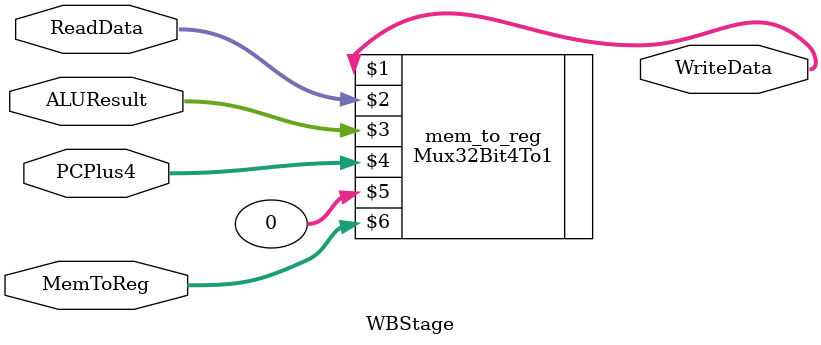
<source format=v>
`timescale 1ns / 1ps


module WBStage(ReadData, ALUResult, PCPlus4, MemToReg, WriteData);
    input [31:0] ReadData, ALUResult, PCPlus4;
    input [1:0] MemToReg;
    
    output [31:0] WriteData;
    
    Mux32Bit4To1 mem_to_reg(WriteData, ReadData, ALUResult, PCPlus4, 0, MemToReg);
endmodule
</source>
